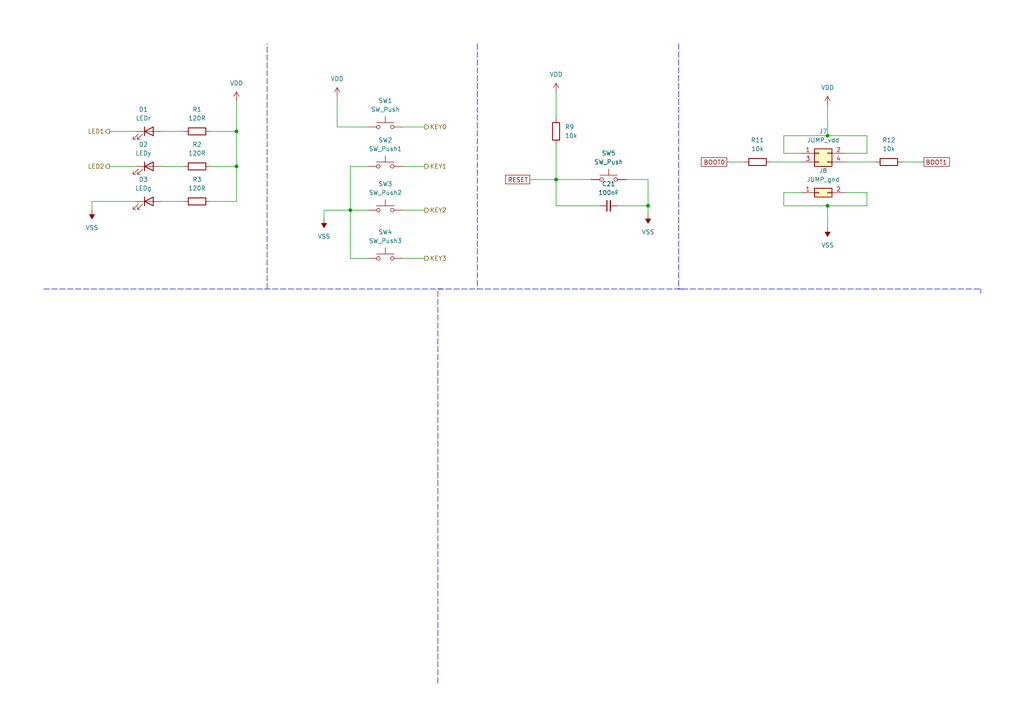
<source format=kicad_sch>
(kicad_sch (version 20211123) (generator eeschema)

  (uuid aabf251e-5862-4cf1-865b-665aa20dad08)

  (paper "A4")

  (lib_symbols
    (symbol "Connector_Generic:Conn_02x01" (pin_names (offset 1.016) hide) (in_bom yes) (on_board yes)
      (property "Reference" "J" (id 0) (at 1.27 2.54 0)
        (effects (font (size 1.27 1.27)))
      )
      (property "Value" "Conn_02x01" (id 1) (at 1.27 -2.54 0)
        (effects (font (size 1.27 1.27)))
      )
      (property "Footprint" "" (id 2) (at 0 0 0)
        (effects (font (size 1.27 1.27)) hide)
      )
      (property "Datasheet" "~" (id 3) (at 0 0 0)
        (effects (font (size 1.27 1.27)) hide)
      )
      (property "ki_keywords" "connector" (id 4) (at 0 0 0)
        (effects (font (size 1.27 1.27)) hide)
      )
      (property "ki_description" "Generic connector, double row, 02x01, this symbol is compatible with counter-clockwise, top-bottom and odd-even numbering schemes., script generated (kicad-library-utils/schlib/autogen/connector/)" (id 5) (at 0 0 0)
        (effects (font (size 1.27 1.27)) hide)
      )
      (property "ki_fp_filters" "Connector*:*_2x??_*" (id 6) (at 0 0 0)
        (effects (font (size 1.27 1.27)) hide)
      )
      (symbol "Conn_02x01_1_1"
        (rectangle (start -1.27 0.127) (end 0 -0.127)
          (stroke (width 0.1524) (type default) (color 0 0 0 0))
          (fill (type none))
        )
        (rectangle (start -1.27 1.27) (end 3.81 -1.27)
          (stroke (width 0.254) (type default) (color 0 0 0 0))
          (fill (type background))
        )
        (rectangle (start 3.81 0.127) (end 2.54 -0.127)
          (stroke (width 0.1524) (type default) (color 0 0 0 0))
          (fill (type none))
        )
        (pin passive line (at -5.08 0 0) (length 3.81)
          (name "Pin_1" (effects (font (size 1.27 1.27))))
          (number "1" (effects (font (size 1.27 1.27))))
        )
        (pin passive line (at 7.62 0 180) (length 3.81)
          (name "Pin_2" (effects (font (size 1.27 1.27))))
          (number "2" (effects (font (size 1.27 1.27))))
        )
      )
    )
    (symbol "Connector_Generic:Conn_02x02_Odd_Even" (pin_names (offset 1.016) hide) (in_bom yes) (on_board yes)
      (property "Reference" "J" (id 0) (at 1.27 2.54 0)
        (effects (font (size 1.27 1.27)))
      )
      (property "Value" "Conn_02x02_Odd_Even" (id 1) (at 1.27 -5.08 0)
        (effects (font (size 1.27 1.27)))
      )
      (property "Footprint" "" (id 2) (at 0 0 0)
        (effects (font (size 1.27 1.27)) hide)
      )
      (property "Datasheet" "~" (id 3) (at 0 0 0)
        (effects (font (size 1.27 1.27)) hide)
      )
      (property "ki_keywords" "connector" (id 4) (at 0 0 0)
        (effects (font (size 1.27 1.27)) hide)
      )
      (property "ki_description" "Generic connector, double row, 02x02, odd/even pin numbering scheme (row 1 odd numbers, row 2 even numbers), script generated (kicad-library-utils/schlib/autogen/connector/)" (id 5) (at 0 0 0)
        (effects (font (size 1.27 1.27)) hide)
      )
      (property "ki_fp_filters" "Connector*:*_2x??_*" (id 6) (at 0 0 0)
        (effects (font (size 1.27 1.27)) hide)
      )
      (symbol "Conn_02x02_Odd_Even_1_1"
        (rectangle (start -1.27 -2.413) (end 0 -2.667)
          (stroke (width 0.1524) (type default) (color 0 0 0 0))
          (fill (type none))
        )
        (rectangle (start -1.27 0.127) (end 0 -0.127)
          (stroke (width 0.1524) (type default) (color 0 0 0 0))
          (fill (type none))
        )
        (rectangle (start -1.27 1.27) (end 3.81 -3.81)
          (stroke (width 0.254) (type default) (color 0 0 0 0))
          (fill (type background))
        )
        (rectangle (start 3.81 -2.413) (end 2.54 -2.667)
          (stroke (width 0.1524) (type default) (color 0 0 0 0))
          (fill (type none))
        )
        (rectangle (start 3.81 0.127) (end 2.54 -0.127)
          (stroke (width 0.1524) (type default) (color 0 0 0 0))
          (fill (type none))
        )
        (pin passive line (at -5.08 0 0) (length 3.81)
          (name "Pin_1" (effects (font (size 1.27 1.27))))
          (number "1" (effects (font (size 1.27 1.27))))
        )
        (pin passive line (at 7.62 0 180) (length 3.81)
          (name "Pin_2" (effects (font (size 1.27 1.27))))
          (number "2" (effects (font (size 1.27 1.27))))
        )
        (pin passive line (at -5.08 -2.54 0) (length 3.81)
          (name "Pin_3" (effects (font (size 1.27 1.27))))
          (number "3" (effects (font (size 1.27 1.27))))
        )
        (pin passive line (at 7.62 -2.54 180) (length 3.81)
          (name "Pin_4" (effects (font (size 1.27 1.27))))
          (number "4" (effects (font (size 1.27 1.27))))
        )
      )
    )
    (symbol "Device:C_Small" (pin_numbers hide) (pin_names (offset 0.254) hide) (in_bom yes) (on_board yes)
      (property "Reference" "C" (id 0) (at 0.254 1.778 0)
        (effects (font (size 1.27 1.27)) (justify left))
      )
      (property "Value" "C_Small" (id 1) (at 0.254 -2.032 0)
        (effects (font (size 1.27 1.27)) (justify left))
      )
      (property "Footprint" "" (id 2) (at 0 0 0)
        (effects (font (size 1.27 1.27)) hide)
      )
      (property "Datasheet" "~" (id 3) (at 0 0 0)
        (effects (font (size 1.27 1.27)) hide)
      )
      (property "ki_keywords" "capacitor cap" (id 4) (at 0 0 0)
        (effects (font (size 1.27 1.27)) hide)
      )
      (property "ki_description" "Unpolarized capacitor, small symbol" (id 5) (at 0 0 0)
        (effects (font (size 1.27 1.27)) hide)
      )
      (property "ki_fp_filters" "C_*" (id 6) (at 0 0 0)
        (effects (font (size 1.27 1.27)) hide)
      )
      (symbol "C_Small_0_1"
        (polyline
          (pts
            (xy -1.524 -0.508)
            (xy 1.524 -0.508)
          )
          (stroke (width 0.3302) (type default) (color 0 0 0 0))
          (fill (type none))
        )
        (polyline
          (pts
            (xy -1.524 0.508)
            (xy 1.524 0.508)
          )
          (stroke (width 0.3048) (type default) (color 0 0 0 0))
          (fill (type none))
        )
      )
      (symbol "C_Small_1_1"
        (pin passive line (at 0 2.54 270) (length 2.032)
          (name "~" (effects (font (size 1.27 1.27))))
          (number "1" (effects (font (size 1.27 1.27))))
        )
        (pin passive line (at 0 -2.54 90) (length 2.032)
          (name "~" (effects (font (size 1.27 1.27))))
          (number "2" (effects (font (size 1.27 1.27))))
        )
      )
    )
    (symbol "Device:LED" (pin_numbers hide) (pin_names (offset 1.016) hide) (in_bom yes) (on_board yes)
      (property "Reference" "D" (id 0) (at 0 2.54 0)
        (effects (font (size 1.27 1.27)))
      )
      (property "Value" "LED" (id 1) (at 0 -2.54 0)
        (effects (font (size 1.27 1.27)))
      )
      (property "Footprint" "" (id 2) (at 0 0 0)
        (effects (font (size 1.27 1.27)) hide)
      )
      (property "Datasheet" "~" (id 3) (at 0 0 0)
        (effects (font (size 1.27 1.27)) hide)
      )
      (property "ki_keywords" "LED diode" (id 4) (at 0 0 0)
        (effects (font (size 1.27 1.27)) hide)
      )
      (property "ki_description" "Light emitting diode" (id 5) (at 0 0 0)
        (effects (font (size 1.27 1.27)) hide)
      )
      (property "ki_fp_filters" "LED* LED_SMD:* LED_THT:*" (id 6) (at 0 0 0)
        (effects (font (size 1.27 1.27)) hide)
      )
      (symbol "LED_0_1"
        (polyline
          (pts
            (xy -1.27 -1.27)
            (xy -1.27 1.27)
          )
          (stroke (width 0.254) (type default) (color 0 0 0 0))
          (fill (type none))
        )
        (polyline
          (pts
            (xy -1.27 0)
            (xy 1.27 0)
          )
          (stroke (width 0) (type default) (color 0 0 0 0))
          (fill (type none))
        )
        (polyline
          (pts
            (xy 1.27 -1.27)
            (xy 1.27 1.27)
            (xy -1.27 0)
            (xy 1.27 -1.27)
          )
          (stroke (width 0.254) (type default) (color 0 0 0 0))
          (fill (type none))
        )
        (polyline
          (pts
            (xy -3.048 -0.762)
            (xy -4.572 -2.286)
            (xy -3.81 -2.286)
            (xy -4.572 -2.286)
            (xy -4.572 -1.524)
          )
          (stroke (width 0) (type default) (color 0 0 0 0))
          (fill (type none))
        )
        (polyline
          (pts
            (xy -1.778 -0.762)
            (xy -3.302 -2.286)
            (xy -2.54 -2.286)
            (xy -3.302 -2.286)
            (xy -3.302 -1.524)
          )
          (stroke (width 0) (type default) (color 0 0 0 0))
          (fill (type none))
        )
      )
      (symbol "LED_1_1"
        (pin passive line (at -3.81 0 0) (length 2.54)
          (name "K" (effects (font (size 1.27 1.27))))
          (number "1" (effects (font (size 1.27 1.27))))
        )
        (pin passive line (at 3.81 0 180) (length 2.54)
          (name "A" (effects (font (size 1.27 1.27))))
          (number "2" (effects (font (size 1.27 1.27))))
        )
      )
    )
    (symbol "Device:R" (pin_numbers hide) (pin_names (offset 0)) (in_bom yes) (on_board yes)
      (property "Reference" "R" (id 0) (at 2.032 0 90)
        (effects (font (size 1.27 1.27)))
      )
      (property "Value" "R" (id 1) (at 0 0 90)
        (effects (font (size 1.27 1.27)))
      )
      (property "Footprint" "" (id 2) (at -1.778 0 90)
        (effects (font (size 1.27 1.27)) hide)
      )
      (property "Datasheet" "~" (id 3) (at 0 0 0)
        (effects (font (size 1.27 1.27)) hide)
      )
      (property "ki_keywords" "R res resistor" (id 4) (at 0 0 0)
        (effects (font (size 1.27 1.27)) hide)
      )
      (property "ki_description" "Resistor" (id 5) (at 0 0 0)
        (effects (font (size 1.27 1.27)) hide)
      )
      (property "ki_fp_filters" "R_*" (id 6) (at 0 0 0)
        (effects (font (size 1.27 1.27)) hide)
      )
      (symbol "R_0_1"
        (rectangle (start -1.016 -2.54) (end 1.016 2.54)
          (stroke (width 0.254) (type default) (color 0 0 0 0))
          (fill (type none))
        )
      )
      (symbol "R_1_1"
        (pin passive line (at 0 3.81 270) (length 1.27)
          (name "~" (effects (font (size 1.27 1.27))))
          (number "1" (effects (font (size 1.27 1.27))))
        )
        (pin passive line (at 0 -3.81 90) (length 1.27)
          (name "~" (effects (font (size 1.27 1.27))))
          (number "2" (effects (font (size 1.27 1.27))))
        )
      )
    )
    (symbol "Switch:SW_Push" (pin_numbers hide) (pin_names (offset 1.016) hide) (in_bom yes) (on_board yes)
      (property "Reference" "SW" (id 0) (at 1.27 2.54 0)
        (effects (font (size 1.27 1.27)) (justify left))
      )
      (property "Value" "SW_Push" (id 1) (at 0 -1.524 0)
        (effects (font (size 1.27 1.27)))
      )
      (property "Footprint" "" (id 2) (at 0 5.08 0)
        (effects (font (size 1.27 1.27)) hide)
      )
      (property "Datasheet" "~" (id 3) (at 0 5.08 0)
        (effects (font (size 1.27 1.27)) hide)
      )
      (property "ki_keywords" "switch normally-open pushbutton push-button" (id 4) (at 0 0 0)
        (effects (font (size 1.27 1.27)) hide)
      )
      (property "ki_description" "Push button switch, generic, two pins" (id 5) (at 0 0 0)
        (effects (font (size 1.27 1.27)) hide)
      )
      (symbol "SW_Push_0_1"
        (circle (center -2.032 0) (radius 0.508)
          (stroke (width 0) (type default) (color 0 0 0 0))
          (fill (type none))
        )
        (polyline
          (pts
            (xy 0 1.27)
            (xy 0 3.048)
          )
          (stroke (width 0) (type default) (color 0 0 0 0))
          (fill (type none))
        )
        (polyline
          (pts
            (xy 2.54 1.27)
            (xy -2.54 1.27)
          )
          (stroke (width 0) (type default) (color 0 0 0 0))
          (fill (type none))
        )
        (circle (center 2.032 0) (radius 0.508)
          (stroke (width 0) (type default) (color 0 0 0 0))
          (fill (type none))
        )
        (pin passive line (at -5.08 0 0) (length 2.54)
          (name "1" (effects (font (size 1.27 1.27))))
          (number "1" (effects (font (size 1.27 1.27))))
        )
        (pin passive line (at 5.08 0 180) (length 2.54)
          (name "2" (effects (font (size 1.27 1.27))))
          (number "2" (effects (font (size 1.27 1.27))))
        )
      )
    )
    (symbol "power:VDD" (power) (pin_names (offset 0)) (in_bom yes) (on_board yes)
      (property "Reference" "#PWR" (id 0) (at 0 -3.81 0)
        (effects (font (size 1.27 1.27)) hide)
      )
      (property "Value" "VDD" (id 1) (at 0 3.81 0)
        (effects (font (size 1.27 1.27)))
      )
      (property "Footprint" "" (id 2) (at 0 0 0)
        (effects (font (size 1.27 1.27)) hide)
      )
      (property "Datasheet" "" (id 3) (at 0 0 0)
        (effects (font (size 1.27 1.27)) hide)
      )
      (property "ki_keywords" "power-flag" (id 4) (at 0 0 0)
        (effects (font (size 1.27 1.27)) hide)
      )
      (property "ki_description" "Power symbol creates a global label with name \"VDD\"" (id 5) (at 0 0 0)
        (effects (font (size 1.27 1.27)) hide)
      )
      (symbol "VDD_0_1"
        (polyline
          (pts
            (xy -0.762 1.27)
            (xy 0 2.54)
          )
          (stroke (width 0) (type default) (color 0 0 0 0))
          (fill (type none))
        )
        (polyline
          (pts
            (xy 0 0)
            (xy 0 2.54)
          )
          (stroke (width 0) (type default) (color 0 0 0 0))
          (fill (type none))
        )
        (polyline
          (pts
            (xy 0 2.54)
            (xy 0.762 1.27)
          )
          (stroke (width 0) (type default) (color 0 0 0 0))
          (fill (type none))
        )
      )
      (symbol "VDD_1_1"
        (pin power_in line (at 0 0 90) (length 0) hide
          (name "VDD" (effects (font (size 1.27 1.27))))
          (number "1" (effects (font (size 1.27 1.27))))
        )
      )
    )
    (symbol "power:VSS" (power) (pin_names (offset 0)) (in_bom yes) (on_board yes)
      (property "Reference" "#PWR" (id 0) (at 0 -3.81 0)
        (effects (font (size 1.27 1.27)) hide)
      )
      (property "Value" "VSS" (id 1) (at 0 3.81 0)
        (effects (font (size 1.27 1.27)))
      )
      (property "Footprint" "" (id 2) (at 0 0 0)
        (effects (font (size 1.27 1.27)) hide)
      )
      (property "Datasheet" "" (id 3) (at 0 0 0)
        (effects (font (size 1.27 1.27)) hide)
      )
      (property "ki_keywords" "power-flag" (id 4) (at 0 0 0)
        (effects (font (size 1.27 1.27)) hide)
      )
      (property "ki_description" "Power symbol creates a global label with name \"VSS\"" (id 5) (at 0 0 0)
        (effects (font (size 1.27 1.27)) hide)
      )
      (symbol "VSS_0_1"
        (polyline
          (pts
            (xy 0 0)
            (xy 0 2.54)
          )
          (stroke (width 0) (type default) (color 0 0 0 0))
          (fill (type none))
        )
        (polyline
          (pts
            (xy 0.762 1.27)
            (xy -0.762 1.27)
            (xy 0 2.54)
            (xy 0.762 1.27)
          )
          (stroke (width 0) (type default) (color 0 0 0 0))
          (fill (type outline))
        )
      )
      (symbol "VSS_1_1"
        (pin power_in line (at 0 0 90) (length 0) hide
          (name "VSS" (effects (font (size 1.27 1.27))))
          (number "1" (effects (font (size 1.27 1.27))))
        )
      )
    )
  )

  (junction (at 187.96 59.69) (diameter 0) (color 0 0 0 0)
    (uuid 2ce1b7ee-d848-443d-a0ea-030766087a08)
  )
  (junction (at 240.03 39.37) (diameter 0) (color 0 0 0 0)
    (uuid 4f60a6e8-7c26-4ec5-90c2-e9f9ec3bf5e5)
  )
  (junction (at 101.6 60.96) (diameter 0) (color 0 0 0 0)
    (uuid 73b59dae-adcf-44b6-81c8-7ba596ae0e7e)
  )
  (junction (at 161.29 52.07) (diameter 0) (color 0 0 0 0)
    (uuid 8ff9f852-f1c1-4043-8444-d9cd6fa26387)
  )
  (junction (at 240.03 59.69) (diameter 0) (color 0 0 0 0)
    (uuid 96539be2-0c41-48d4-a97e-25736e3574df)
  )
  (junction (at 68.58 38.1) (diameter 0) (color 0 0 0 0)
    (uuid ad5b5e0c-cb28-4e72-ad09-02f10870d634)
  )
  (junction (at 68.58 48.26) (diameter 0) (color 0 0 0 0)
    (uuid e3651a6d-4465-4713-896f-95d0724c01bb)
  )

  (wire (pts (xy 46.99 48.26) (xy 53.34 48.26))
    (stroke (width 0) (type default) (color 0 0 0 0))
    (uuid 006993ee-b20e-41b8-9866-953fdc5b1665)
  )
  (wire (pts (xy 240.03 39.37) (xy 251.46 39.37))
    (stroke (width 0) (type default) (color 0 0 0 0))
    (uuid 0349f24a-2fe5-4960-9012-51469aebfeb4)
  )
  (wire (pts (xy 31.75 48.26) (xy 39.37 48.26))
    (stroke (width 0) (type default) (color 0 0 0 0))
    (uuid 0aa0669f-1af0-4347-88b7-d388e372e664)
  )
  (wire (pts (xy 97.79 36.83) (xy 97.79 27.94))
    (stroke (width 0) (type default) (color 0 0 0 0))
    (uuid 0e430ee2-0211-461f-b8df-ea9f258a473c)
  )
  (wire (pts (xy 240.03 59.69) (xy 251.46 59.69))
    (stroke (width 0) (type default) (color 0 0 0 0))
    (uuid 0e90f604-2ae3-4592-9c61-260648954b92)
  )
  (polyline (pts (xy 127 198.12) (xy 127 83.82))
    (stroke (width 0) (type default) (color 0 0 0 0))
    (uuid 1254ee06-0f04-4852-8f42-fba9c61226f4)
  )

  (wire (pts (xy 251.46 55.88) (xy 245.11 55.88))
    (stroke (width 0) (type default) (color 0 0 0 0))
    (uuid 1ae5334b-3ea4-47dd-ac25-82930194a2aa)
  )
  (polyline (pts (xy 196.85 83.82) (xy 198.12 83.82))
    (stroke (width 0) (type default) (color 0 0 0 0))
    (uuid 1df6e0de-361e-45c6-9f9d-281d172b445a)
  )
  (polyline (pts (xy 127 83.82) (xy 128.27 83.82))
    (stroke (width 0) (type default) (color 0 0 0 0))
    (uuid 1f66f5a5-c61c-48dc-86b3-d47434b2768a)
  )
  (polyline (pts (xy 77.47 83.82) (xy 77.47 12.7))
    (stroke (width 0) (type default) (color 0 0 0 0))
    (uuid 204e388c-2b50-4975-9e2c-7217127df4c5)
  )

  (wire (pts (xy 106.68 36.83) (xy 97.79 36.83))
    (stroke (width 0) (type default) (color 0 0 0 0))
    (uuid 21c5d9f3-68dc-4fdd-872d-7ee8ad457c3f)
  )
  (wire (pts (xy 93.98 60.96) (xy 101.6 60.96))
    (stroke (width 0) (type default) (color 0 0 0 0))
    (uuid 22e1d6f1-6394-4be6-82ab-4d1d2bdc7d6d)
  )
  (wire (pts (xy 210.82 46.99) (xy 215.9 46.99))
    (stroke (width 0) (type default) (color 0 0 0 0))
    (uuid 2b4b0a2b-5f7a-481c-8303-97e4b45bc47b)
  )
  (wire (pts (xy 106.68 48.26) (xy 101.6 48.26))
    (stroke (width 0) (type default) (color 0 0 0 0))
    (uuid 2f55b806-e1fa-40cc-bb43-2ae8a029d251)
  )
  (wire (pts (xy 161.29 26.67) (xy 161.29 34.29))
    (stroke (width 0) (type default) (color 0 0 0 0))
    (uuid 2fa942a3-f870-43c5-b63e-aaad95aa9414)
  )
  (wire (pts (xy 101.6 60.96) (xy 101.6 74.93))
    (stroke (width 0) (type default) (color 0 0 0 0))
    (uuid 3222c1ba-25be-4502-afe0-e58b3a3856c2)
  )
  (polyline (pts (xy 12.7 83.82) (xy 284.48 83.82))
    (stroke (width 0) (type default) (color 0 0 0 0))
    (uuid 37c52734-9279-4d3e-9bb7-23b155dca4c3)
  )

  (wire (pts (xy 251.46 59.69) (xy 251.46 55.88))
    (stroke (width 0) (type default) (color 0 0 0 0))
    (uuid 383aad8b-27bc-4cd3-8af6-6a2bfaa18ba5)
  )
  (wire (pts (xy 153.67 52.07) (xy 161.29 52.07))
    (stroke (width 0) (type default) (color 0 0 0 0))
    (uuid 42727e11-6fca-4f79-9f3e-74094567fe81)
  )
  (wire (pts (xy 60.96 38.1) (xy 68.58 38.1))
    (stroke (width 0) (type default) (color 0 0 0 0))
    (uuid 46c48af3-6507-416e-829a-3479713c25d0)
  )
  (wire (pts (xy 60.96 58.42) (xy 68.58 58.42))
    (stroke (width 0) (type default) (color 0 0 0 0))
    (uuid 473774ed-b10f-41af-b65d-550c90ded35f)
  )
  (wire (pts (xy 39.37 58.42) (xy 26.67 58.42))
    (stroke (width 0) (type default) (color 0 0 0 0))
    (uuid 4da43281-cd76-4488-b658-1067cdde7c83)
  )
  (wire (pts (xy 227.33 39.37) (xy 240.03 39.37))
    (stroke (width 0) (type default) (color 0 0 0 0))
    (uuid 53f8f9d9-b462-4392-95d4-f9fa90b28f70)
  )
  (wire (pts (xy 245.11 46.99) (xy 254 46.99))
    (stroke (width 0) (type default) (color 0 0 0 0))
    (uuid 5470b669-3476-44b8-a34b-b02a7fd5c930)
  )
  (wire (pts (xy 116.84 36.83) (xy 123.19 36.83))
    (stroke (width 0) (type default) (color 0 0 0 0))
    (uuid 55b4b368-bc5c-4023-b686-355e4ecd5d41)
  )
  (wire (pts (xy 46.99 58.42) (xy 53.34 58.42))
    (stroke (width 0) (type default) (color 0 0 0 0))
    (uuid 57a7d373-48c9-44a1-9184-b7443d8ee96b)
  )
  (wire (pts (xy 46.99 38.1) (xy 53.34 38.1))
    (stroke (width 0) (type default) (color 0 0 0 0))
    (uuid 5b6d6d47-4e80-438e-9bb5-5bb69df4f5ec)
  )
  (polyline (pts (xy 196.85 12.7) (xy 196.85 83.82))
    (stroke (width 0) (type default) (color 0 0 0 0))
    (uuid 660bc556-0f18-4919-ada5-178f4d41cff3)
  )

  (wire (pts (xy 171.45 52.07) (xy 161.29 52.07))
    (stroke (width 0) (type default) (color 0 0 0 0))
    (uuid 66832be7-f2fd-4149-b5c1-9e33102d6bfc)
  )
  (wire (pts (xy 68.58 58.42) (xy 68.58 48.26))
    (stroke (width 0) (type default) (color 0 0 0 0))
    (uuid 6d488642-4a41-4aab-b2a2-10c8bd5c7c98)
  )
  (polyline (pts (xy 138.43 12.7) (xy 138.43 83.82))
    (stroke (width 0) (type default) (color 0 0 0 0))
    (uuid 6de52122-43cc-4924-85b9-2fe3d8bba696)
  )
  (polyline (pts (xy 284.48 83.82) (xy 284.48 85.09))
    (stroke (width 0) (type default) (color 0 0 0 0))
    (uuid 7a3af0a2-e313-4b71-a0a5-6a7a9735e139)
  )

  (wire (pts (xy 116.84 74.93) (xy 123.19 74.93))
    (stroke (width 0) (type default) (color 0 0 0 0))
    (uuid 7b87fc64-494f-4f55-9f45-f008e3a418d4)
  )
  (wire (pts (xy 26.67 58.42) (xy 26.67 60.96))
    (stroke (width 0) (type default) (color 0 0 0 0))
    (uuid 7e9d4403-e347-46b7-afbf-624b9bc3a4a7)
  )
  (wire (pts (xy 101.6 48.26) (xy 101.6 60.96))
    (stroke (width 0) (type default) (color 0 0 0 0))
    (uuid 822fc57c-f374-45f9-a4c8-2ba25f198101)
  )
  (wire (pts (xy 251.46 39.37) (xy 251.46 44.45))
    (stroke (width 0) (type default) (color 0 0 0 0))
    (uuid 88112f67-fea5-408d-acff-6e925d35f2fb)
  )
  (wire (pts (xy 93.98 63.5) (xy 93.98 60.96))
    (stroke (width 0) (type default) (color 0 0 0 0))
    (uuid 9783b963-14ac-45e5-ad23-46c1890bfba6)
  )
  (wire (pts (xy 68.58 29.21) (xy 68.58 38.1))
    (stroke (width 0) (type default) (color 0 0 0 0))
    (uuid 99ae2563-ed2f-4d6d-a482-6f3516198802)
  )
  (wire (pts (xy 68.58 48.26) (xy 60.96 48.26))
    (stroke (width 0) (type default) (color 0 0 0 0))
    (uuid 9a7e302f-5ec9-4ff9-ba08-92e6c623109e)
  )
  (wire (pts (xy 101.6 74.93) (xy 106.68 74.93))
    (stroke (width 0) (type default) (color 0 0 0 0))
    (uuid 9c736866-d3e0-4834-8b3f-bf95653cff39)
  )
  (wire (pts (xy 232.41 55.88) (xy 227.33 55.88))
    (stroke (width 0) (type default) (color 0 0 0 0))
    (uuid 9ce915f0-cd2c-4ed5-8329-4b4ad813324f)
  )
  (wire (pts (xy 223.52 46.99) (xy 232.41 46.99))
    (stroke (width 0) (type default) (color 0 0 0 0))
    (uuid 9f62c3c5-312d-4d94-90c5-9f415e48e757)
  )
  (wire (pts (xy 232.41 44.45) (xy 227.33 44.45))
    (stroke (width 0) (type default) (color 0 0 0 0))
    (uuid a20bf274-0131-4f08-86e2-d91709d730f1)
  )
  (wire (pts (xy 187.96 52.07) (xy 187.96 59.69))
    (stroke (width 0) (type default) (color 0 0 0 0))
    (uuid a3f6a71b-ead6-4cfa-ad1c-88446e287ee3)
  )
  (wire (pts (xy 240.03 30.48) (xy 240.03 39.37))
    (stroke (width 0) (type default) (color 0 0 0 0))
    (uuid a683d25b-5410-4e62-9fa6-fb9b5ee8cc3d)
  )
  (wire (pts (xy 116.84 48.26) (xy 123.19 48.26))
    (stroke (width 0) (type default) (color 0 0 0 0))
    (uuid abe2baf6-218d-4d2a-8d71-d9fe1e90a647)
  )
  (wire (pts (xy 261.62 46.99) (xy 267.97 46.99))
    (stroke (width 0) (type default) (color 0 0 0 0))
    (uuid ae14e5f3-6c4c-4c66-9d69-85918aa8d152)
  )
  (wire (pts (xy 179.07 59.69) (xy 187.96 59.69))
    (stroke (width 0) (type default) (color 0 0 0 0))
    (uuid b96db1c4-b1a9-4e81-8c5b-6069797fc6a1)
  )
  (wire (pts (xy 101.6 60.96) (xy 106.68 60.96))
    (stroke (width 0) (type default) (color 0 0 0 0))
    (uuid c5baf75d-a091-4512-9196-971a4159e255)
  )
  (wire (pts (xy 31.75 38.1) (xy 39.37 38.1))
    (stroke (width 0) (type default) (color 0 0 0 0))
    (uuid d4a991db-d146-4e95-b7db-ef253b157e70)
  )
  (wire (pts (xy 161.29 59.69) (xy 161.29 52.07))
    (stroke (width 0) (type default) (color 0 0 0 0))
    (uuid e3cb53df-bea4-4f49-886a-fb57108e231e)
  )
  (wire (pts (xy 227.33 55.88) (xy 227.33 59.69))
    (stroke (width 0) (type default) (color 0 0 0 0))
    (uuid e74f5e27-930d-475c-ba31-98d00b4cc1ec)
  )
  (wire (pts (xy 251.46 44.45) (xy 245.11 44.45))
    (stroke (width 0) (type default) (color 0 0 0 0))
    (uuid eeb6fef8-84a4-4444-8576-e6d14a99baae)
  )
  (wire (pts (xy 240.03 59.69) (xy 240.03 66.04))
    (stroke (width 0) (type default) (color 0 0 0 0))
    (uuid f03d9f34-caec-40bc-99b3-01ab7649b8cf)
  )
  (wire (pts (xy 161.29 52.07) (xy 161.29 41.91))
    (stroke (width 0) (type default) (color 0 0 0 0))
    (uuid f24c2cc4-c7ce-4d79-80c7-3dd721d5ecc0)
  )
  (wire (pts (xy 227.33 59.69) (xy 240.03 59.69))
    (stroke (width 0) (type default) (color 0 0 0 0))
    (uuid f4643857-e667-4982-91ff-316c71265b3a)
  )
  (wire (pts (xy 173.99 59.69) (xy 161.29 59.69))
    (stroke (width 0) (type default) (color 0 0 0 0))
    (uuid f7dcb49e-c540-4202-896a-63929d338668)
  )
  (wire (pts (xy 68.58 38.1) (xy 68.58 48.26))
    (stroke (width 0) (type default) (color 0 0 0 0))
    (uuid f7e25f66-a803-4b95-bf72-6127ad8cb664)
  )
  (wire (pts (xy 187.96 59.69) (xy 187.96 62.23))
    (stroke (width 0) (type default) (color 0 0 0 0))
    (uuid fae4863c-a572-4cb0-b2aa-f30d1e17ef42)
  )
  (wire (pts (xy 227.33 44.45) (xy 227.33 39.37))
    (stroke (width 0) (type default) (color 0 0 0 0))
    (uuid fd7cc2a4-ba9d-426e-acf0-78187e32b85e)
  )
  (wire (pts (xy 116.84 60.96) (xy 123.19 60.96))
    (stroke (width 0) (type default) (color 0 0 0 0))
    (uuid fe22a2fa-5d47-4a6d-b137-441c9ec3be02)
  )
  (wire (pts (xy 181.61 52.07) (xy 187.96 52.07))
    (stroke (width 0) (type default) (color 0 0 0 0))
    (uuid fef74347-3b28-4af2-bbd1-63a40403b768)
  )

  (global_label "RESET" (shape passive) (at 153.67 52.07 180) (fields_autoplaced)
    (effects (font (size 1.27 1.27)) (justify right))
    (uuid ca98c806-fec2-4303-a036-cd029625d082)
    (property "Intersheet References" "${INTERSHEET_REFS}" (id 0) (at 145.5117 51.9906 0)
      (effects (font (size 1.27 1.27)) (justify right) hide)
    )
  )
  (global_label "BOOT0" (shape passive) (at 210.82 46.99 180) (fields_autoplaced)
    (effects (font (size 1.27 1.27)) (justify right))
    (uuid ed07d067-162c-404c-abca-c5a84f4a57de)
    (property "Intersheet References" "${INTERSHEET_REFS}" (id 0) (at 202.2988 46.9106 0)
      (effects (font (size 1.27 1.27)) (justify right) hide)
    )
  )
  (global_label "BOOT1" (shape passive) (at 267.97 46.99 0) (fields_autoplaced)
    (effects (font (size 1.27 1.27)) (justify left))
    (uuid fce0cde7-3b09-4773-83bf-bd664186614e)
    (property "Intersheet References" "${INTERSHEET_REFS}" (id 0) (at 276.4912 46.9106 0)
      (effects (font (size 1.27 1.27)) (justify left) hide)
    )
  )

  (hierarchical_label "KEY3" (shape output) (at 123.19 74.93 0)
    (effects (font (size 1.27 1.27)) (justify left))
    (uuid 07fd847e-a0d6-431a-8112-51cf96315a23)
  )
  (hierarchical_label "LED1" (shape output) (at 31.75 38.1 180)
    (effects (font (size 1.27 1.27)) (justify right))
    (uuid 5ff3c5b3-cdf2-403d-948b-6689ab4e65c0)
  )
  (hierarchical_label "KEY0" (shape output) (at 123.19 36.83 0)
    (effects (font (size 1.27 1.27)) (justify left))
    (uuid 71054dda-b142-4997-bd0d-59823cd2ef85)
  )
  (hierarchical_label "KEY1" (shape output) (at 123.19 48.26 0)
    (effects (font (size 1.27 1.27)) (justify left))
    (uuid b45d6ba4-477e-4e3f-98e1-ce2acdb0f380)
  )
  (hierarchical_label "KEY2" (shape output) (at 123.19 60.96 0)
    (effects (font (size 1.27 1.27)) (justify left))
    (uuid ecb1b35d-5f04-49dc-906e-fae908880922)
  )
  (hierarchical_label "LED2" (shape output) (at 31.75 48.26 180)
    (effects (font (size 1.27 1.27)) (justify right))
    (uuid f067bada-fda3-4578-b4bb-2a6977d8fb47)
  )

  (symbol (lib_id "Device:R") (at 219.71 46.99 270) (unit 1)
    (in_bom yes) (on_board yes) (fields_autoplaced)
    (uuid 1d771b50-8598-4a3c-ae14-0d1d2aa50031)
    (property "Reference" "R11" (id 0) (at 219.71 40.64 90))
    (property "Value" "10k" (id 1) (at 219.71 43.18 90))
    (property "Footprint" "Resistor_SMD:R_0603_1608Metric_Pad0.98x0.95mm_HandSolder" (id 2) (at 219.71 45.212 90)
      (effects (font (size 1.27 1.27)) hide)
    )
    (property "Datasheet" "~" (id 3) (at 219.71 46.99 0)
      (effects (font (size 1.27 1.27)) hide)
    )
    (pin "1" (uuid e30b09d7-a02d-4d44-82f9-0d5a0313cd89))
    (pin "2" (uuid 301f6caa-6ba6-43f1-b471-e39546bbe12c))
  )

  (symbol (lib_id "power:VDD") (at 161.29 26.67 0) (unit 1)
    (in_bom yes) (on_board yes) (fields_autoplaced)
    (uuid 22d7385d-414a-4b8d-a492-455d55ab223a)
    (property "Reference" "#PWR019" (id 0) (at 161.29 30.48 0)
      (effects (font (size 1.27 1.27)) hide)
    )
    (property "Value" "VDD" (id 1) (at 161.29 21.59 0))
    (property "Footprint" "" (id 2) (at 161.29 26.67 0)
      (effects (font (size 1.27 1.27)) hide)
    )
    (property "Datasheet" "" (id 3) (at 161.29 26.67 0)
      (effects (font (size 1.27 1.27)) hide)
    )
    (pin "1" (uuid fde42a5f-fa78-4d9d-8677-f6b4f4c8bbfa))
  )

  (symbol (lib_id "power:VSS") (at 26.67 60.96 0) (mirror x) (unit 1)
    (in_bom yes) (on_board yes) (fields_autoplaced)
    (uuid 2834d8b0-738e-4317-a703-446e89dacb89)
    (property "Reference" "#PWR013" (id 0) (at 26.67 57.15 0)
      (effects (font (size 1.27 1.27)) hide)
    )
    (property "Value" "VSS" (id 1) (at 26.67 66.04 0))
    (property "Footprint" "" (id 2) (at 26.67 60.96 0)
      (effects (font (size 1.27 1.27)) hide)
    )
    (property "Datasheet" "" (id 3) (at 26.67 60.96 0)
      (effects (font (size 1.27 1.27)) hide)
    )
    (pin "1" (uuid c74b4f47-fb5e-4948-8eee-40095425de2f))
  )

  (symbol (lib_id "Device:LED") (at 43.18 38.1 0) (unit 1)
    (in_bom yes) (on_board yes) (fields_autoplaced)
    (uuid 2e8bef1f-fb95-460f-b679-993d12202795)
    (property "Reference" "D1" (id 0) (at 41.5925 31.75 0))
    (property "Value" "LEDr" (id 1) (at 41.5925 34.29 0))
    (property "Footprint" "LED_SMD:LED_0603_1608Metric_Pad1.05x0.95mm_HandSolder" (id 2) (at 43.18 38.1 0)
      (effects (font (size 1.27 1.27)) hide)
    )
    (property "Datasheet" "~" (id 3) (at 43.18 38.1 0)
      (effects (font (size 1.27 1.27)) hide)
    )
    (pin "1" (uuid fe19d898-9214-4c60-a941-6b07d21bd68b))
    (pin "2" (uuid 31925896-09bc-41f6-ab91-c72ec15804b2))
  )

  (symbol (lib_id "power:VDD") (at 240.03 30.48 0) (unit 1)
    (in_bom yes) (on_board yes) (fields_autoplaced)
    (uuid 33d46415-436b-4c83-bca9-46f284e8806b)
    (property "Reference" "#PWR024" (id 0) (at 240.03 34.29 0)
      (effects (font (size 1.27 1.27)) hide)
    )
    (property "Value" "VDD" (id 1) (at 240.03 25.4 0))
    (property "Footprint" "" (id 2) (at 240.03 30.48 0)
      (effects (font (size 1.27 1.27)) hide)
    )
    (property "Datasheet" "" (id 3) (at 240.03 30.48 0)
      (effects (font (size 1.27 1.27)) hide)
    )
    (pin "1" (uuid c1bdf8db-818f-4e1d-925a-fa214d8055db))
  )

  (symbol (lib_id "Device:LED") (at 43.18 58.42 0) (unit 1)
    (in_bom yes) (on_board yes) (fields_autoplaced)
    (uuid 34725a2f-6a68-4b65-8613-0aa8e2589ce7)
    (property "Reference" "D3" (id 0) (at 41.5925 52.07 0))
    (property "Value" "LEDg" (id 1) (at 41.5925 54.61 0))
    (property "Footprint" "LED_SMD:LED_0603_1608Metric_Pad1.05x0.95mm_HandSolder" (id 2) (at 43.18 58.42 0)
      (effects (font (size 1.27 1.27)) hide)
    )
    (property "Datasheet" "~" (id 3) (at 43.18 58.42 0)
      (effects (font (size 1.27 1.27)) hide)
    )
    (pin "1" (uuid 596677d1-a699-4192-b329-c6ad1d259618))
    (pin "2" (uuid b6d5476b-64fb-49bf-9c68-b2da5300a1e2))
  )

  (symbol (lib_id "Device:R") (at 57.15 48.26 270) (unit 1)
    (in_bom yes) (on_board yes) (fields_autoplaced)
    (uuid 385f85df-fc42-4435-baed-d4a69208cf14)
    (property "Reference" "R2" (id 0) (at 57.15 41.91 90))
    (property "Value" "120R" (id 1) (at 57.15 44.45 90))
    (property "Footprint" "Resistor_SMD:R_0603_1608Metric_Pad0.98x0.95mm_HandSolder" (id 2) (at 57.15 46.482 90)
      (effects (font (size 1.27 1.27)) hide)
    )
    (property "Datasheet" "~" (id 3) (at 57.15 48.26 0)
      (effects (font (size 1.27 1.27)) hide)
    )
    (pin "1" (uuid f3b6ccff-295e-4713-8116-5d56dc271a10))
    (pin "2" (uuid 8399a3de-a3cf-4d75-82b5-76fe4a89cb6e))
  )

  (symbol (lib_id "Switch:SW_Push") (at 111.76 74.93 0) (unit 1)
    (in_bom yes) (on_board yes) (fields_autoplaced)
    (uuid 38e9997a-d55c-4a5f-917f-5c7384be3f79)
    (property "Reference" "SW4" (id 0) (at 111.76 67.31 0))
    (property "Value" "SW_Push3" (id 1) (at 111.76 69.85 0))
    (property "Footprint" "Library:SW_Push_6x3.6mm_H2.5mm" (id 2) (at 111.76 69.85 0)
      (effects (font (size 1.27 1.27)) hide)
    )
    (property "Datasheet" "~" (id 3) (at 111.76 69.85 0)
      (effects (font (size 1.27 1.27)) hide)
    )
    (pin "1" (uuid b4ca7422-6be2-432c-aa24-d4741a0f0651))
    (pin "2" (uuid f77b0877-96de-4ba5-b2f5-dd118c9c77a6))
  )

  (symbol (lib_id "Device:R") (at 161.29 38.1 0) (unit 1)
    (in_bom yes) (on_board yes) (fields_autoplaced)
    (uuid 3a6ffb27-261a-4faa-a767-8ccfc601b0a9)
    (property "Reference" "R9" (id 0) (at 163.83 36.8299 0)
      (effects (font (size 1.27 1.27)) (justify left))
    )
    (property "Value" "10k" (id 1) (at 163.83 39.3699 0)
      (effects (font (size 1.27 1.27)) (justify left))
    )
    (property "Footprint" "Resistor_SMD:R_0603_1608Metric_Pad0.98x0.95mm_HandSolder" (id 2) (at 159.512 38.1 90)
      (effects (font (size 1.27 1.27)) hide)
    )
    (property "Datasheet" "~" (id 3) (at 161.29 38.1 0)
      (effects (font (size 1.27 1.27)) hide)
    )
    (pin "1" (uuid de05ebb9-3765-4db8-8b6d-ec260c76a7eb))
    (pin "2" (uuid 98119391-d500-4c6d-8f81-8cff6ff28a21))
  )

  (symbol (lib_id "Device:R") (at 57.15 58.42 270) (unit 1)
    (in_bom yes) (on_board yes) (fields_autoplaced)
    (uuid 4d2efb3d-4db6-4f86-bacf-057844bc3e17)
    (property "Reference" "R3" (id 0) (at 57.15 52.07 90))
    (property "Value" "120R" (id 1) (at 57.15 54.61 90))
    (property "Footprint" "Resistor_SMD:R_0603_1608Metric_Pad0.98x0.95mm_HandSolder" (id 2) (at 57.15 56.642 90)
      (effects (font (size 1.27 1.27)) hide)
    )
    (property "Datasheet" "~" (id 3) (at 57.15 58.42 0)
      (effects (font (size 1.27 1.27)) hide)
    )
    (pin "1" (uuid aab07ef7-422d-47bd-a07f-3107f285c04d))
    (pin "2" (uuid b80f1155-46f2-412f-8f91-6ff7dbb2cdfd))
  )

  (symbol (lib_id "power:VSS") (at 240.03 66.04 0) (mirror x) (unit 1)
    (in_bom yes) (on_board yes) (fields_autoplaced)
    (uuid 5493d88b-97d2-4227-bb95-0a3d189c643f)
    (property "Reference" "#PWR025" (id 0) (at 240.03 62.23 0)
      (effects (font (size 1.27 1.27)) hide)
    )
    (property "Value" "VSS" (id 1) (at 240.03 71.12 0))
    (property "Footprint" "" (id 2) (at 240.03 66.04 0)
      (effects (font (size 1.27 1.27)) hide)
    )
    (property "Datasheet" "" (id 3) (at 240.03 66.04 0)
      (effects (font (size 1.27 1.27)) hide)
    )
    (pin "1" (uuid b70bf754-dbbb-4a05-b41d-eedf5ab7999f))
  )

  (symbol (lib_id "Device:R") (at 257.81 46.99 270) (unit 1)
    (in_bom yes) (on_board yes) (fields_autoplaced)
    (uuid 6254ee74-2089-4deb-81ab-960b2f05d271)
    (property "Reference" "R12" (id 0) (at 257.81 40.64 90))
    (property "Value" "10k" (id 1) (at 257.81 43.18 90))
    (property "Footprint" "Resistor_SMD:R_0603_1608Metric_Pad0.98x0.95mm_HandSolder" (id 2) (at 257.81 45.212 90)
      (effects (font (size 1.27 1.27)) hide)
    )
    (property "Datasheet" "~" (id 3) (at 257.81 46.99 0)
      (effects (font (size 1.27 1.27)) hide)
    )
    (pin "1" (uuid 2fd549dd-6489-4489-91e6-7e0822435bb7))
    (pin "2" (uuid 2ff829b3-d462-40df-9740-afc496d6cb87))
  )

  (symbol (lib_id "Connector_Generic:Conn_02x01") (at 237.49 55.88 0) (unit 1)
    (in_bom yes) (on_board yes) (fields_autoplaced)
    (uuid 792761d7-54ec-43e5-ad99-9c2ad6bcfc9d)
    (property "Reference" "J8" (id 0) (at 238.76 49.53 0))
    (property "Value" "JUMP_gnd" (id 1) (at 238.76 52.07 0))
    (property "Footprint" "Connector_PinHeader_2.54mm:PinHeader_2x01_P2.54mm_Vertical" (id 2) (at 237.49 55.88 0)
      (effects (font (size 1.27 1.27)) hide)
    )
    (property "Datasheet" "~" (id 3) (at 237.49 55.88 0)
      (effects (font (size 1.27 1.27)) hide)
    )
    (pin "1" (uuid 840e8e9e-0df7-48d6-ad8b-f786eb549da7))
    (pin "2" (uuid 6c9b35a3-6c95-479b-a517-1b6cbb8e0333))
  )

  (symbol (lib_id "power:VDD") (at 97.79 27.94 0) (unit 1)
    (in_bom yes) (on_board yes) (fields_autoplaced)
    (uuid 7e03c132-797c-4e6d-89ae-8bf1c66735a9)
    (property "Reference" "#PWR018" (id 0) (at 97.79 31.75 0)
      (effects (font (size 1.27 1.27)) hide)
    )
    (property "Value" "VDD" (id 1) (at 97.79 22.86 0))
    (property "Footprint" "" (id 2) (at 97.79 27.94 0)
      (effects (font (size 1.27 1.27)) hide)
    )
    (property "Datasheet" "" (id 3) (at 97.79 27.94 0)
      (effects (font (size 1.27 1.27)) hide)
    )
    (pin "1" (uuid 9b4aa7ce-50ce-4329-9d5d-c9976230ea89))
  )

  (symbol (lib_id "power:VSS") (at 187.96 62.23 0) (mirror x) (unit 1)
    (in_bom yes) (on_board yes) (fields_autoplaced)
    (uuid 8fd7647b-9e6f-4483-ae0b-119daba7faa2)
    (property "Reference" "#PWR021" (id 0) (at 187.96 58.42 0)
      (effects (font (size 1.27 1.27)) hide)
    )
    (property "Value" "VSS" (id 1) (at 187.96 67.31 0))
    (property "Footprint" "" (id 2) (at 187.96 62.23 0)
      (effects (font (size 1.27 1.27)) hide)
    )
    (property "Datasheet" "" (id 3) (at 187.96 62.23 0)
      (effects (font (size 1.27 1.27)) hide)
    )
    (pin "1" (uuid 0e53e194-d462-49b8-9a51-ee8e1dd5c64c))
  )

  (symbol (lib_id "Switch:SW_Push") (at 111.76 60.96 0) (unit 1)
    (in_bom yes) (on_board yes) (fields_autoplaced)
    (uuid 94e6013f-d911-4c17-8901-d4baf3928eff)
    (property "Reference" "SW3" (id 0) (at 111.76 53.34 0))
    (property "Value" "SW_Push2" (id 1) (at 111.76 55.88 0))
    (property "Footprint" "Library:SW_Push_6x3.6mm_H2.5mm" (id 2) (at 111.76 55.88 0)
      (effects (font (size 1.27 1.27)) hide)
    )
    (property "Datasheet" "~" (id 3) (at 111.76 55.88 0)
      (effects (font (size 1.27 1.27)) hide)
    )
    (pin "1" (uuid 69b20511-abb0-4855-a542-0dd1e132d3b7))
    (pin "2" (uuid 77f6546e-3638-43b9-a20b-b95a606ed6ff))
  )

  (symbol (lib_id "Device:R") (at 57.15 38.1 270) (unit 1)
    (in_bom yes) (on_board yes) (fields_autoplaced)
    (uuid 9d240b00-ad2e-43c6-be4a-e923601ac4e7)
    (property "Reference" "R1" (id 0) (at 57.15 31.75 90))
    (property "Value" "120R" (id 1) (at 57.15 34.29 90))
    (property "Footprint" "Resistor_SMD:R_0603_1608Metric_Pad0.98x0.95mm_HandSolder" (id 2) (at 57.15 36.322 90)
      (effects (font (size 1.27 1.27)) hide)
    )
    (property "Datasheet" "~" (id 3) (at 57.15 38.1 0)
      (effects (font (size 1.27 1.27)) hide)
    )
    (pin "1" (uuid 3d4bbfec-28c4-4895-a0e6-2fa4f5c0f011))
    (pin "2" (uuid e0dd136b-44b8-461b-9bc2-851e6c80304b))
  )

  (symbol (lib_id "Device:LED") (at 43.18 48.26 0) (unit 1)
    (in_bom yes) (on_board yes) (fields_autoplaced)
    (uuid 9f6b1e10-2945-4d83-be84-fe0fd6c95d67)
    (property "Reference" "D2" (id 0) (at 41.5925 41.91 0))
    (property "Value" "LEDy" (id 1) (at 41.5925 44.45 0))
    (property "Footprint" "LED_SMD:LED_0603_1608Metric_Pad1.05x0.95mm_HandSolder" (id 2) (at 43.18 48.26 0)
      (effects (font (size 1.27 1.27)) hide)
    )
    (property "Datasheet" "~" (id 3) (at 43.18 48.26 0)
      (effects (font (size 1.27 1.27)) hide)
    )
    (pin "1" (uuid d4182e87-48df-4163-a4e3-b695e5a0282f))
    (pin "2" (uuid 06096269-69e2-476a-aa18-96bfeb8d99b1))
  )

  (symbol (lib_id "Switch:SW_Push") (at 111.76 36.83 0) (unit 1)
    (in_bom yes) (on_board yes) (fields_autoplaced)
    (uuid a31cf181-fe02-4f9f-9cfd-0a272d6ec767)
    (property "Reference" "SW1" (id 0) (at 111.76 29.21 0))
    (property "Value" "SW_Push" (id 1) (at 111.76 31.75 0))
    (property "Footprint" "Library:SW_Push_6x3.6mm_H2.5mm" (id 2) (at 111.76 31.75 0)
      (effects (font (size 1.27 1.27)) hide)
    )
    (property "Datasheet" "~" (id 3) (at 111.76 31.75 0)
      (effects (font (size 1.27 1.27)) hide)
    )
    (pin "1" (uuid 17503f68-56c0-46dc-9c06-cef8b34d5160))
    (pin "2" (uuid 2db43c42-38ea-408b-889f-ac9f987a6b9a))
  )

  (symbol (lib_id "Connector_Generic:Conn_02x02_Odd_Even") (at 237.49 44.45 0) (unit 1)
    (in_bom yes) (on_board yes) (fields_autoplaced)
    (uuid bc734305-c1f9-4d62-a67c-edfdb3a7b3af)
    (property "Reference" "J7" (id 0) (at 238.76 38.1 0))
    (property "Value" "JUMP_vdd" (id 1) (at 238.76 40.64 0))
    (property "Footprint" "Connector_PinHeader_2.54mm:PinHeader_2x02_P2.54mm_Vertical" (id 2) (at 237.49 44.45 0)
      (effects (font (size 1.27 1.27)) hide)
    )
    (property "Datasheet" "~" (id 3) (at 237.49 44.45 0)
      (effects (font (size 1.27 1.27)) hide)
    )
    (pin "1" (uuid caa397c0-7acb-4524-9460-ec293ef68754))
    (pin "2" (uuid 61b0bce9-3f56-4afe-91b4-ed25b2161a91))
    (pin "3" (uuid 8c7f272a-a8ec-4b10-853a-b8b14cd94f84))
    (pin "4" (uuid 8589f2cf-4fce-4545-bad5-5675b35b617e))
  )

  (symbol (lib_id "power:VDD") (at 68.58 29.21 0) (unit 1)
    (in_bom yes) (on_board yes) (fields_autoplaced)
    (uuid c40646c8-c284-4071-af38-9a1d747a3bac)
    (property "Reference" "#PWR016" (id 0) (at 68.58 33.02 0)
      (effects (font (size 1.27 1.27)) hide)
    )
    (property "Value" "VDD" (id 1) (at 68.58 24.13 0))
    (property "Footprint" "" (id 2) (at 68.58 29.21 0)
      (effects (font (size 1.27 1.27)) hide)
    )
    (property "Datasheet" "" (id 3) (at 68.58 29.21 0)
      (effects (font (size 1.27 1.27)) hide)
    )
    (pin "1" (uuid 686c9f1b-ef4f-4a8b-90e5-20fbe6769404))
  )

  (symbol (lib_id "Switch:SW_Push") (at 111.76 48.26 0) (unit 1)
    (in_bom yes) (on_board yes) (fields_autoplaced)
    (uuid dbc4401d-0309-4a07-8d57-5cf981052a92)
    (property "Reference" "SW2" (id 0) (at 111.76 40.64 0))
    (property "Value" "SW_Push1" (id 1) (at 111.76 43.18 0))
    (property "Footprint" "Library:SW_Push_6x3.6mm_H2.5mm" (id 2) (at 111.76 43.18 0)
      (effects (font (size 1.27 1.27)) hide)
    )
    (property "Datasheet" "~" (id 3) (at 111.76 43.18 0)
      (effects (font (size 1.27 1.27)) hide)
    )
    (pin "1" (uuid 6357318b-c2f4-46ef-bd91-5bd195e2ec06))
    (pin "2" (uuid 6bb7cdc7-6adb-4299-a4e5-16a154dea483))
  )

  (symbol (lib_id "Device:C_Small") (at 176.53 59.69 90) (mirror x) (unit 1)
    (in_bom yes) (on_board yes) (fields_autoplaced)
    (uuid f04a362d-1228-4ed7-89d7-13bfcee786a0)
    (property "Reference" "C21" (id 0) (at 176.5363 53.34 90))
    (property "Value" "100nF" (id 1) (at 176.5363 55.88 90))
    (property "Footprint" "Capacitor_SMD:C_0603_1608Metric_Pad1.08x0.95mm_HandSolder" (id 2) (at 176.53 59.69 0)
      (effects (font (size 1.27 1.27)) hide)
    )
    (property "Datasheet" "~" (id 3) (at 176.53 59.69 0)
      (effects (font (size 1.27 1.27)) hide)
    )
    (pin "1" (uuid c990a9ca-707c-4754-a74b-c45d09cfba19))
    (pin "2" (uuid 2091ac72-3cbc-4a8b-9522-9c6fb17eca2e))
  )

  (symbol (lib_id "Switch:SW_Push") (at 176.53 52.07 0) (unit 1)
    (in_bom yes) (on_board yes) (fields_autoplaced)
    (uuid f45209b4-fc10-46eb-bdf5-94061622ad4c)
    (property "Reference" "SW5" (id 0) (at 176.53 44.45 0))
    (property "Value" "SW_Push" (id 1) (at 176.53 46.99 0))
    (property "Footprint" "Library:SW_Push_6x3.6mm_H2.5mm" (id 2) (at 176.53 46.99 0)
      (effects (font (size 1.27 1.27)) hide)
    )
    (property "Datasheet" "~" (id 3) (at 176.53 46.99 0)
      (effects (font (size 1.27 1.27)) hide)
    )
    (pin "1" (uuid 9854c906-d7c4-4569-9009-4b155015c98b))
    (pin "2" (uuid ebc29e08-4f94-43a5-82d4-40eccd96ec0c))
  )

  (symbol (lib_id "power:VSS") (at 93.98 63.5 0) (mirror x) (unit 1)
    (in_bom yes) (on_board yes) (fields_autoplaced)
    (uuid f88ae566-b2c7-49c6-81e3-feed0ed4db84)
    (property "Reference" "#PWR017" (id 0) (at 93.98 59.69 0)
      (effects (font (size 1.27 1.27)) hide)
    )
    (property "Value" "VSS" (id 1) (at 93.98 68.58 0))
    (property "Footprint" "" (id 2) (at 93.98 63.5 0)
      (effects (font (size 1.27 1.27)) hide)
    )
    (property "Datasheet" "" (id 3) (at 93.98 63.5 0)
      (effects (font (size 1.27 1.27)) hide)
    )
    (pin "1" (uuid ebabfbb0-e786-43b9-a087-d415812c6d1b))
  )
)

</source>
